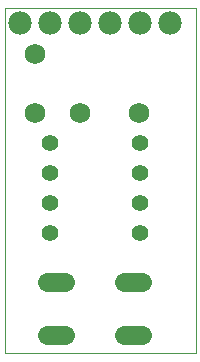
<source format=gbs>
G75*
%MOIN*%
%OFA0B0*%
%FSLAX25Y25*%
%IPPOS*%
%LPD*%
%AMOC8*
5,1,8,0,0,1.08239X$1,22.5*
%
%ADD10C,0.00000*%
%ADD11C,0.06900*%
%ADD12C,0.07800*%
%ADD13C,0.05600*%
%ADD14C,0.06400*%
D10*
X0003300Y0007167D02*
X0003300Y0122127D01*
X0067001Y0122127D01*
X0067001Y0007167D01*
X0003300Y0007167D01*
D11*
X0013300Y0087324D03*
X0013300Y0107009D03*
X0028457Y0087167D03*
X0048143Y0087167D03*
D12*
X0048300Y0117167D03*
X0058300Y0117167D03*
X0038300Y0117167D03*
X0028300Y0117167D03*
X0018300Y0117167D03*
X0008300Y0117167D03*
D13*
X0018300Y0077167D03*
X0018300Y0067167D03*
X0018300Y0057167D03*
X0018300Y0047167D03*
X0048300Y0047167D03*
X0048300Y0057167D03*
X0048300Y0067167D03*
X0048300Y0077167D03*
D14*
X0049100Y0031067D02*
X0043100Y0031067D01*
X0043100Y0013267D02*
X0049100Y0013267D01*
X0023500Y0013267D02*
X0017500Y0013267D01*
X0017500Y0031067D02*
X0023500Y0031067D01*
M02*

</source>
